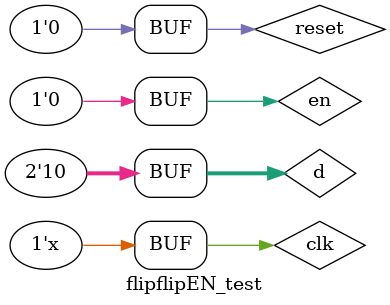
<source format=v>
`timescale 1ns / 1ps


module flipflipEN_test;

	// Inputs
	reg clk;
	reg reset;
	reg en;
	reg [1:0] d;

	// Outputs
	wire [1:0] q;

	// Instantiate the Unit Under Test (UUT)
	flipflopEN #(2)uut (
		.clk(clk), 
		.reset(reset), 
		.en(en), 
		.d(d), 
		.q(q)
	);

	initial begin
		// Initialize Inputs
		clk = 0;
		reset = 0;
		en = 0;
		d = 2;

		// Wait 100 ns for global reset to finish
		#100;
        
		// Add stimulus here

	end
      always
		#20 clk=!clk;
endmodule


</source>
